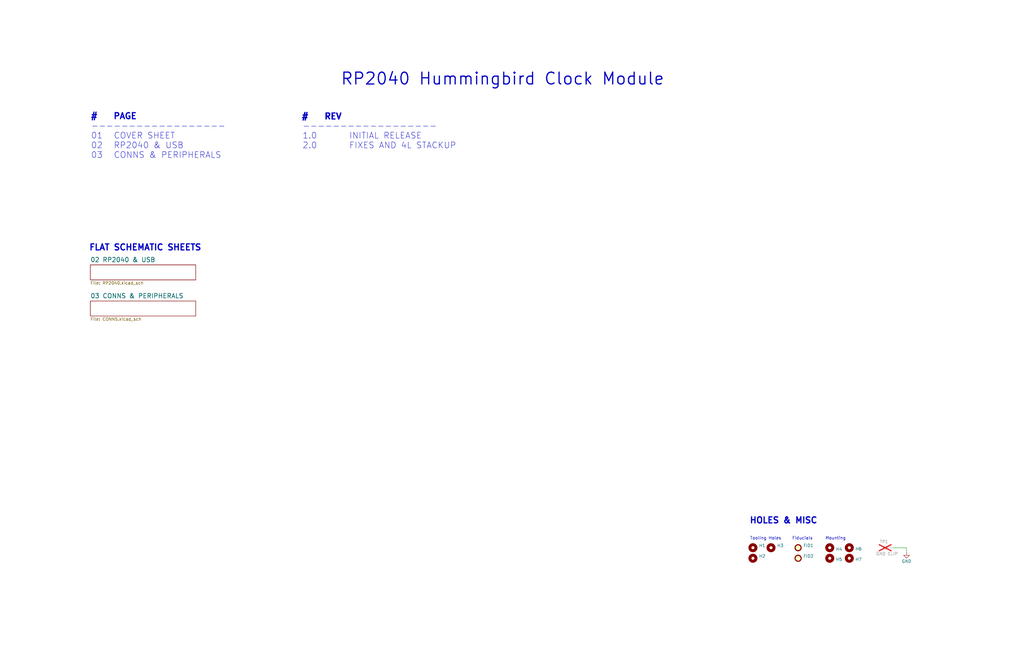
<source format=kicad_sch>
(kicad_sch (version 20250114) (generator "eeschema") (generator_version "9.0")
  (paper "USLedger")
  (title_block (title "Cover") (date "2025-12-21") (rev "2.0") (company "RP2040 Hummingbird Clock Module"))
  (lib_symbols
    (symbol "Connector:TestPoint" (pin_numbers (hide yes)) (pin_names (offset 0.762) (hide yes))
      (property "Reference" "TP" (at 0 6.858 0))
      (property "Value" "TestPoint" (at 0 5.08 0))
      (symbol "TestPoint_0_1"
        (circle (center 0 3.302) (radius 0.762))
      )
      (symbol "TestPoint_1_1"
        (pin passive line (at 0 0 90) (length 2.54) (name "1") (number "1"))
      )
    )
    (symbol "Mechanical:Fiducial"
      (property "Reference" "FID" (at 0 5.08 0))
      (property "Value" "Fiducial" (at 0 3.175 0))
      (symbol "Fiducial_0_1"
        (circle (center 0 0) (radius 1.27) (stroke (width 0.508)) (fill (type background)))
      )
    )
    (symbol "Mechanical:MountingHole" (pin_names (offset 1.016))
      (property "Reference" "H" (at 0 5.08 0))
      (property "Value" "MountingHole" (at 0 3.175 0))
      (symbol "MountingHole_0_1"
        (circle (center 0 0) (radius 1.27) (stroke (width 1.27)))
      )
    )
    (symbol "power:GND" (power) (pin_names (offset 0))
      (property "Value" "GND" (at 0 -3.81 0))
      (symbol "GND_0_1"
        (polyline (pts (xy 0 0) (xy 0 -1.27) (xy 1.27 -1.27) (xy 0 -2.54) (xy -1.27 -1.27) (xy 0 -1.27)))
      )
      (symbol "GND_1_1"
        (pin power_in line (at 0 0 270) (length 0) (hide yes) (name "GND") (number "1"))
      )
    )
  )
  (text "Mounting" (at 347.98 227.965 0) (effects (font (size 1.27 1.27)) (justify left bottom)))
  (text "#	REV	\n------------------\n1.0		INITIAL RELEASE\n2.0		FIXES AND 4L STACKUP" (at 127.508 62.992 0) (effects (font (size 2.54 2.54)) (justify left bottom)))
  (text "RP2040 Hummingbird Clock Module" (at 143.51 36.322 0) (effects (font (size 5 5) (thickness 0.508) (bold yes)) (justify left bottom)))
  (text "#	REV	" (at 127 50.8 0) (effects (font (size 2.54 2.54) (thickness 0.508) (bold yes)) (justify left bottom)))
  (text "Tooling Holes\n" (at 316.23 227.965 0) (effects (font (size 1.27 1.27)) (justify left bottom)))
  (text "HOLES & MISC" (at 315.976 221.234 0) (effects (font (size 2.54 2.54) (thickness 0.508) (bold yes)) (justify left bottom)))
  (text "FLAT SCHEMATIC SHEETS" (at 37.465 106.045 0) (effects (font (size 2.54 2.54) (thickness 0.508) (bold yes)) (justify left bottom)))
  (text "#	PAGE" (at 38.1 50.673 0) (effects (font (size 2.54 2.54) (thickness 0.508) (bold yes)) (justify left bottom)))
  (text "Fiducials" (at 334.01 227.965 0) (effects (font (size 1.27 1.27)) (justify left bottom)))
  (text "#	PAGE\n------------------\n01	COVER SHEET\n02	RP2040 & USB\n03	CONNS & PERIPHERALS" (at 38.354 67.056 0) (effects (font (size 2.54 2.54)) (justify left bottom)))
  (wire (pts (xy 382.27 231.14) (xy 382.27 233.045)))
  (wire (pts (xy 376.555 231.14) (xy 382.27 231.14)))
  (symbol (lib_id "Mechanical:MountingHole") (at 317.5 231.14 0) (unit 1) (in_bom no)
    (property "Reference" "H1" (at 320.04 230.2315 0) (effects (justify left)))
    (property "Value" "Tooling_Hole_JLC" (effects (hide yes)))
    (property "Footprint" "stride_footprints:JLC_Tooling_Hole" (effects (hide yes)))
  )
  (symbol (lib_id "Mechanical:MountingHole") (at 358.14 235.585 0) (unit 1) (in_bom no)
    (property "Reference" "H7" (at 360.68 236.064 0) (effects (justify left)))
    (property "Value" "Mounting_Hole" (effects (hide yes)))
    (property "Footprint" "MountingHole:MountingHole_2.7mm_M2.5" (effects (hide yes)))
  )
  (symbol (lib_id "Connector:TestPoint") (at 376.555 231.14 90) (unit 1) (in_bom no) (dnp yes)
    (property "Reference" "TP1" (at 372.745 228.6 90))
    (property "Value" "GND CLIP" (at 374.015 233.68 90))
    (property "Footprint" "stride_footprints:ronghe_RH-5016_C5199799" (effects (hide yes)))
    (property "LCSC PN" "C5199799" (effects (hide yes)))
    (property "LCSC Status" "Extended" (effects (hide yes)))
  )
  (symbol (lib_id "Mechanical:MountingHole") (at 349.885 231.14 0) (unit 1) (in_bom no)
    (property "Reference" "H4" (at 352.425 231.775 0) (effects (justify left)))
    (property "Value" "Mounting_Hole" (effects (hide yes)))
    (property "Footprint" "MountingHole:MountingHole_2.7mm_M2.5" (effects (hide yes)))
  )
  (symbol (lib_id "Mechanical:MountingHole") (at 358.14 231.14 0) (unit 1) (in_bom no)
    (property "Reference" "H6" (at 360.68 231.619 0) (effects (justify left)))
    (property "Value" "Mounting_Hole" (effects (hide yes)))
    (property "Footprint" "MountingHole:MountingHole_2.7mm_M2.5" (effects (hide yes)))
  )
  (symbol (lib_id "Mechanical:Fiducial") (at 336.55 231.14 0) (unit 1) (in_bom no)
    (property "Reference" "FID1" (at 338.709 230.2315 0) (effects (justify left)))
    (property "Value" "Fiducial" (effects (hide yes)))
    (property "Footprint" "Fiducial:Fiducial_1mm_Mask2mm" (effects (hide yes)))
  )
  (symbol (lib_id "Mechanical:MountingHole") (at 349.885 235.585 0) (unit 1) (in_bom no)
    (property "Reference" "H5" (at 352.425 236.064 0) (effects (justify left)))
    (property "Value" "Mounting_Hole" (effects (hide yes)))
    (property "Footprint" "MountingHole:MountingHole_2.7mm_M2.5" (effects (hide yes)))
  )
  (symbol (lib_id "Mechanical:MountingHole") (at 325.12 231.14 0) (unit 1) (in_bom no)
    (property "Reference" "H3" (at 327.66 230.2315 0) (effects (justify left)))
    (property "Value" "Tooling_Hole_JLC" (effects (hide yes)))
    (property "Footprint" "stride_footprints:JLC_Tooling_Hole" (effects (hide yes)))
  )
  (symbol (lib_id "Mechanical:MountingHole") (at 317.5 235.585 0) (unit 1) (in_bom no)
    (property "Reference" "H2" (at 320.04 234.6765 0) (effects (justify left)))
    (property "Value" "Tooling_Hole_JLC" (effects (hide yes)))
    (property "Footprint" "stride_footprints:JLC_Tooling_Hole" (effects (hide yes)))
  )
  (symbol (lib_id "Mechanical:Fiducial") (at 336.55 235.585 0) (unit 1) (in_bom no)
    (property "Reference" "FID2" (at 338.709 234.6765 0) (effects (justify left)))
    (property "Value" "Fiducial" (effects (hide yes)))
    (property "Footprint" "Fiducial:Fiducial_1mm_Mask2mm" (effects (hide yes)))
  )
  (symbol (lib_id "power:GND") (at 382.27 233.045 0) (unit 1)
    (property "Reference" "#PWR01" (effects (hide yes)))
    (property "Value" "GND" (at 382.27 236.855 0))
  )
  (sheet (at 38.1 111.76) (size 44.45 6.35) (stroke (width 0.1524))
    (property "Sheetname" "02 RP2040 & USB" (at 38.1 110.7309 0) (effects (font (size 1.905 1.905) (thickness 0.254) (bold yes)) (justify left bottom)))
    (property "Sheetfile" "RP2040.kicad_sch" (at 38.1 118.6946 0) (effects (justify left top)))
  )
  (sheet (at 38.1 127) (size 44.45 6.35) (stroke (width 0.1524))
    (property "Sheetname" "03 CONNS & PERIPHERALS" (at 38.1 125.9709 0) (effects (font (size 1.905 1.905) (thickness 0.254) (bold yes)) (justify left bottom)))
    (property "Sheetfile" "CONNS.kicad_sch" (at 38.1 133.9346 0) (effects (justify left top)))
  )
)
</source>
